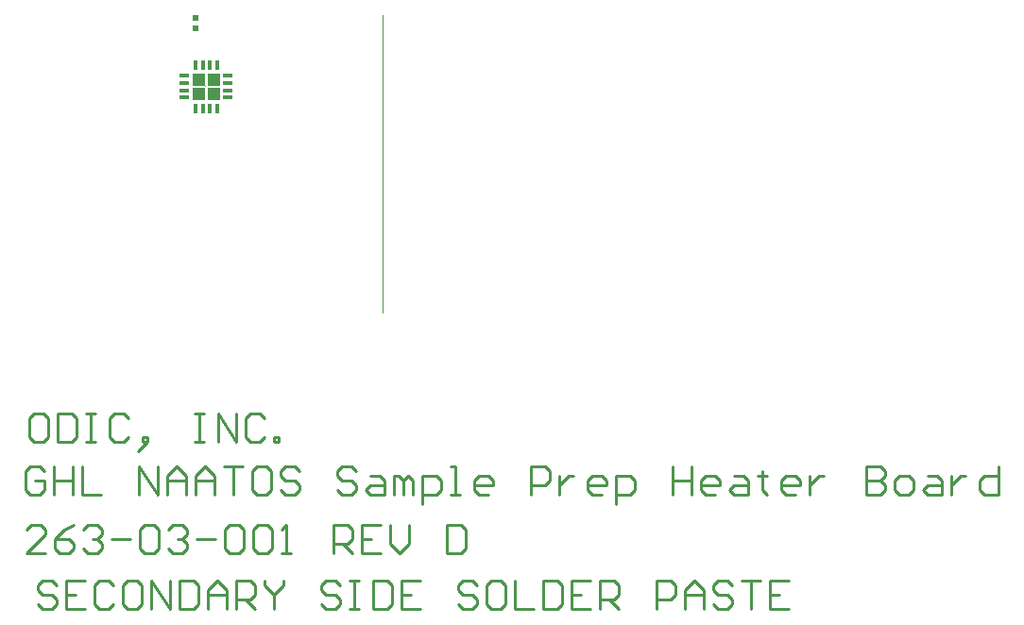
<source format=gbp>
G04*
G04 #@! TF.GenerationSoftware,Altium Limited,Altium Designer,24.9.1 (31)*
G04*
G04 Layer_Color=128*
%FSLAX44Y44*%
%MOMM*%
G71*
G04*
G04 #@! TF.SameCoordinates,8DF27061-4A41-470E-9062-B82E270B293B*
G04*
G04*
G04 #@! TF.FilePolarity,Positive*
G04*
G01*
G75*
%ADD11C,0.2540*%
%ADD13C,0.0127*%
%ADD26R,0.3556X0.8128*%
%ADD27R,0.8128X0.3556*%
%ADD29R,0.6000X0.6000*%
%ADD36R,0.0254X0.0254*%
G36*
X147366Y215666D02*
Y226620D01*
X158320D01*
Y215666D01*
X147366D01*
D02*
G37*
G36*
Y228620D02*
Y239574D01*
X158320D01*
Y228620D01*
X147366D01*
D02*
G37*
G36*
X160320Y215666D02*
Y226620D01*
X171274D01*
Y215666D01*
X160320D01*
D02*
G37*
G36*
Y228620D02*
Y239574D01*
X171274D01*
Y228620D01*
X160320D01*
D02*
G37*
D11*
X25468Y-219300D02*
X21236Y-215068D01*
X12772D01*
X8540Y-219300D01*
Y-223532D01*
X12772Y-227764D01*
X21236D01*
X25468Y-231996D01*
Y-236228D01*
X21236Y-240460D01*
X12772D01*
X8540Y-236228D01*
X50860Y-215068D02*
X33932D01*
Y-240460D01*
X50860D01*
X33932Y-227764D02*
X42396D01*
X76251Y-219300D02*
X72020Y-215068D01*
X63555D01*
X59324Y-219300D01*
Y-236228D01*
X63555Y-240460D01*
X72020D01*
X76251Y-236228D01*
X97411Y-215068D02*
X88947D01*
X84715Y-219300D01*
Y-236228D01*
X88947Y-240460D01*
X97411D01*
X101643Y-236228D01*
Y-219300D01*
X97411Y-215068D01*
X110107Y-240460D02*
Y-215068D01*
X127035Y-240460D01*
Y-215068D01*
X135499D02*
Y-240460D01*
X148195D01*
X152427Y-236228D01*
Y-219300D01*
X148195Y-215068D01*
X135499D01*
X160891Y-240460D02*
Y-223532D01*
X169355Y-215068D01*
X177819Y-223532D01*
Y-240460D01*
Y-227764D01*
X160891D01*
X186283Y-240460D02*
Y-215068D01*
X198978D01*
X203210Y-219300D01*
Y-227764D01*
X198978Y-231996D01*
X186283D01*
X194746D02*
X203210Y-240460D01*
X211674Y-215068D02*
Y-219300D01*
X220138Y-227764D01*
X228602Y-219300D01*
Y-215068D01*
X220138Y-227764D02*
Y-240460D01*
X279386Y-219300D02*
X275154Y-215068D01*
X266690D01*
X262458Y-219300D01*
Y-223532D01*
X266690Y-227764D01*
X275154D01*
X279386Y-231996D01*
Y-236228D01*
X275154Y-240460D01*
X266690D01*
X262458Y-236228D01*
X287850Y-215068D02*
X296314D01*
X292082D01*
Y-240460D01*
X287850D01*
X296314D01*
X309010Y-215068D02*
Y-240460D01*
X321706D01*
X325937Y-236228D01*
Y-219300D01*
X321706Y-215068D01*
X309010D01*
X351329D02*
X334401D01*
Y-240460D01*
X351329D01*
X334401Y-227764D02*
X342865D01*
X402113Y-219300D02*
X397881Y-215068D01*
X389417D01*
X385185Y-219300D01*
Y-223532D01*
X389417Y-227764D01*
X397881D01*
X402113Y-231996D01*
Y-236228D01*
X397881Y-240460D01*
X389417D01*
X385185Y-236228D01*
X423273Y-215068D02*
X414809D01*
X410577Y-219300D01*
Y-236228D01*
X414809Y-240460D01*
X423273D01*
X427505Y-236228D01*
Y-219300D01*
X423273Y-215068D01*
X435969D02*
Y-240460D01*
X452896D01*
X461360Y-215068D02*
Y-240460D01*
X474056D01*
X478288Y-236228D01*
Y-219300D01*
X474056Y-215068D01*
X461360D01*
X503680D02*
X486752D01*
Y-240460D01*
X503680D01*
X486752Y-227764D02*
X495216D01*
X512144Y-240460D02*
Y-215068D01*
X524840D01*
X529072Y-219300D01*
Y-227764D01*
X524840Y-231996D01*
X512144D01*
X520608D02*
X529072Y-240460D01*
X562928D02*
Y-215068D01*
X575623D01*
X579855Y-219300D01*
Y-227764D01*
X575623Y-231996D01*
X562928D01*
X588319Y-240460D02*
Y-223532D01*
X596783Y-215068D01*
X605247Y-223532D01*
Y-240460D01*
Y-227764D01*
X588319D01*
X630639Y-219300D02*
X626407Y-215068D01*
X617943D01*
X613711Y-219300D01*
Y-223532D01*
X617943Y-227764D01*
X626407D01*
X630639Y-231996D01*
Y-236228D01*
X626407Y-240460D01*
X617943D01*
X613711Y-236228D01*
X639103Y-215068D02*
X656031D01*
X647567D01*
Y-240460D01*
X681423Y-215068D02*
X664495D01*
Y-240460D01*
X681423D01*
X664495Y-227764D02*
X672959D01*
X12982Y-65749D02*
X4518D01*
X287Y-69981D01*
Y-86909D01*
X4518Y-91141D01*
X12982D01*
X17214Y-86909D01*
Y-69981D01*
X12982Y-65749D01*
X25678D02*
Y-91141D01*
X38374D01*
X42606Y-86909D01*
Y-69981D01*
X38374Y-65749D01*
X25678D01*
X51070D02*
X59534D01*
X55302D01*
Y-91141D01*
X51070D01*
X59534D01*
X89158Y-69981D02*
X84926Y-65749D01*
X76462D01*
X72230Y-69981D01*
Y-86909D01*
X76462Y-91141D01*
X84926D01*
X89158Y-86909D01*
X101854Y-95372D02*
X106086Y-91141D01*
Y-86909D01*
X101854D01*
Y-91141D01*
X106086D01*
X101854Y-95372D01*
X97622Y-99605D01*
X148405Y-65749D02*
X156869D01*
X152637D01*
Y-91141D01*
X148405D01*
X156869D01*
X169565D02*
Y-65749D01*
X186493Y-91141D01*
Y-65749D01*
X211885Y-69981D02*
X207653Y-65749D01*
X199189D01*
X194957Y-69981D01*
Y-86909D01*
X199189Y-91141D01*
X207653D01*
X211885Y-86909D01*
X220349Y-91141D02*
Y-86909D01*
X224581D01*
Y-91141D01*
X220349D01*
X14468Y-117106D02*
X10236Y-112874D01*
X1772D01*
X-2460Y-117106D01*
Y-134034D01*
X1772Y-138266D01*
X10236D01*
X14468Y-134034D01*
Y-125570D01*
X6004D01*
X22932Y-112874D02*
Y-138266D01*
Y-125570D01*
X39860D01*
Y-112874D01*
Y-138266D01*
X48324Y-112874D02*
Y-138266D01*
X65251D01*
X99107D02*
Y-112874D01*
X116035Y-138266D01*
Y-112874D01*
X124499Y-138266D02*
Y-121338D01*
X132963Y-112874D01*
X141427Y-121338D01*
Y-138266D01*
Y-125570D01*
X124499D01*
X149891Y-138266D02*
Y-121338D01*
X158355Y-112874D01*
X166819Y-121338D01*
Y-138266D01*
Y-125570D01*
X149891D01*
X175283Y-112874D02*
X192210D01*
X183746D01*
Y-138266D01*
X213370Y-112874D02*
X204906D01*
X200674Y-117106D01*
Y-134034D01*
X204906Y-138266D01*
X213370D01*
X217602Y-134034D01*
Y-117106D01*
X213370Y-112874D01*
X242994Y-117106D02*
X238762Y-112874D01*
X230298D01*
X226066Y-117106D01*
Y-121338D01*
X230298Y-125570D01*
X238762D01*
X242994Y-129802D01*
Y-134034D01*
X238762Y-138266D01*
X230298D01*
X226066Y-134034D01*
X293778Y-117106D02*
X289546Y-112874D01*
X281082D01*
X276850Y-117106D01*
Y-121338D01*
X281082Y-125570D01*
X289546D01*
X293778Y-129802D01*
Y-134034D01*
X289546Y-138266D01*
X281082D01*
X276850Y-134034D01*
X306474Y-121338D02*
X314937D01*
X319169Y-125570D01*
Y-138266D01*
X306474D01*
X302242Y-134034D01*
X306474Y-129802D01*
X319169D01*
X327633Y-138266D02*
Y-121338D01*
X331865D01*
X336097Y-125570D01*
Y-138266D01*
Y-125570D01*
X340329Y-121338D01*
X344561Y-125570D01*
Y-138266D01*
X353025Y-146730D02*
Y-121338D01*
X365721D01*
X369953Y-125570D01*
Y-134034D01*
X365721Y-138266D01*
X353025D01*
X378417D02*
X386881D01*
X382649D01*
Y-112874D01*
X378417D01*
X412273Y-138266D02*
X403809D01*
X399577Y-134034D01*
Y-125570D01*
X403809Y-121338D01*
X412273D01*
X416505Y-125570D01*
Y-129802D01*
X399577D01*
X450360Y-138266D02*
Y-112874D01*
X463056D01*
X467288Y-117106D01*
Y-125570D01*
X463056Y-129802D01*
X450360D01*
X475752Y-121338D02*
Y-138266D01*
Y-129802D01*
X479984Y-125570D01*
X484216Y-121338D01*
X488448D01*
X513840Y-138266D02*
X505376D01*
X501144Y-134034D01*
Y-125570D01*
X505376Y-121338D01*
X513840D01*
X518072Y-125570D01*
Y-129802D01*
X501144D01*
X526536Y-146730D02*
Y-121338D01*
X539232D01*
X543464Y-125570D01*
Y-134034D01*
X539232Y-138266D01*
X526536D01*
X577319Y-112874D02*
Y-138266D01*
Y-125570D01*
X594247D01*
Y-112874D01*
Y-138266D01*
X615407D02*
X606943D01*
X602711Y-134034D01*
Y-125570D01*
X606943Y-121338D01*
X615407D01*
X619639Y-125570D01*
Y-129802D01*
X602711D01*
X632335Y-121338D02*
X640799D01*
X645031Y-125570D01*
Y-138266D01*
X632335D01*
X628103Y-134034D01*
X632335Y-129802D01*
X645031D01*
X657727Y-117106D02*
Y-121338D01*
X653495D01*
X661959D01*
X657727D01*
Y-134034D01*
X661959Y-138266D01*
X687350D02*
X678886D01*
X674655Y-134034D01*
Y-125570D01*
X678886Y-121338D01*
X687350D01*
X691582Y-125570D01*
Y-129802D01*
X674655D01*
X700046Y-121338D02*
Y-138266D01*
Y-129802D01*
X704278Y-125570D01*
X708510Y-121338D01*
X712742D01*
X750830Y-112874D02*
Y-138266D01*
X763526D01*
X767758Y-134034D01*
Y-129802D01*
X763526Y-125570D01*
X750830D01*
X763526D01*
X767758Y-121338D01*
Y-117106D01*
X763526Y-112874D01*
X750830D01*
X780454Y-138266D02*
X788918D01*
X793150Y-134034D01*
Y-125570D01*
X788918Y-121338D01*
X780454D01*
X776222Y-125570D01*
Y-134034D01*
X780454Y-138266D01*
X805845Y-121338D02*
X814309D01*
X818541Y-125570D01*
Y-138266D01*
X805845D01*
X801613Y-134034D01*
X805845Y-129802D01*
X818541D01*
X827005Y-121338D02*
Y-138266D01*
Y-129802D01*
X831237Y-125570D01*
X835469Y-121338D01*
X839701D01*
X869325Y-112874D02*
Y-138266D01*
X856629D01*
X852397Y-134034D01*
Y-125570D01*
X856629Y-121338D01*
X869325D01*
X14854Y-190348D02*
X-2074D01*
X14854Y-173421D01*
Y-169189D01*
X10622Y-164957D01*
X2158D01*
X-2074Y-169189D01*
X40246Y-164957D02*
X31782Y-169189D01*
X23318Y-177653D01*
Y-186117D01*
X27550Y-190348D01*
X36014D01*
X40246Y-186117D01*
Y-181885D01*
X36014Y-177653D01*
X23318D01*
X48710Y-169189D02*
X52942Y-164957D01*
X61406D01*
X65638Y-169189D01*
Y-173421D01*
X61406Y-177653D01*
X57174D01*
X61406D01*
X65638Y-181885D01*
Y-186117D01*
X61406Y-190348D01*
X52942D01*
X48710Y-186117D01*
X74102Y-177653D02*
X91030D01*
X99494Y-169189D02*
X103726Y-164957D01*
X112190D01*
X116422Y-169189D01*
Y-186117D01*
X112190Y-190348D01*
X103726D01*
X99494Y-186117D01*
Y-169189D01*
X124886D02*
X129117Y-164957D01*
X137581D01*
X141813Y-169189D01*
Y-173421D01*
X137581Y-177653D01*
X133349D01*
X137581D01*
X141813Y-181885D01*
Y-186117D01*
X137581Y-190348D01*
X129117D01*
X124886Y-186117D01*
X150277Y-177653D02*
X167205D01*
X175669Y-169189D02*
X179901Y-164957D01*
X188365D01*
X192597Y-169189D01*
Y-186117D01*
X188365Y-190348D01*
X179901D01*
X175669Y-186117D01*
Y-169189D01*
X201061D02*
X205293Y-164957D01*
X213757D01*
X217989Y-169189D01*
Y-186117D01*
X213757Y-190348D01*
X205293D01*
X201061Y-186117D01*
Y-169189D01*
X226453Y-190348D02*
X234917D01*
X230685D01*
Y-164957D01*
X226453Y-169189D01*
X273004Y-190348D02*
Y-164957D01*
X285700D01*
X289932Y-169189D01*
Y-177653D01*
X285700Y-181885D01*
X273004D01*
X281468D02*
X289932Y-190348D01*
X315324Y-164957D02*
X298396D01*
Y-190348D01*
X315324D01*
X298396Y-177653D02*
X306860D01*
X323788Y-164957D02*
Y-181885D01*
X332252Y-190348D01*
X340716Y-181885D01*
Y-164957D01*
X374571D02*
Y-190348D01*
X387267D01*
X391499Y-186117D01*
Y-169189D01*
X387267Y-164957D01*
X374571D01*
D13*
X317500Y25400D02*
Y292100D01*
D26*
X149570Y247051D02*
D03*
X156070D02*
D03*
X162570D02*
D03*
X169070D02*
D03*
Y208189D02*
D03*
X162570D02*
D03*
X156070D02*
D03*
X149570D02*
D03*
D27*
X178751Y237370D02*
D03*
Y230870D02*
D03*
Y224370D02*
D03*
Y217870D02*
D03*
X139889D02*
D03*
Y224370D02*
D03*
Y230870D02*
D03*
Y237370D02*
D03*
D29*
X150000Y289600D02*
D03*
Y279600D02*
D03*
D36*
X159320Y227620D02*
D03*
M02*

</source>
